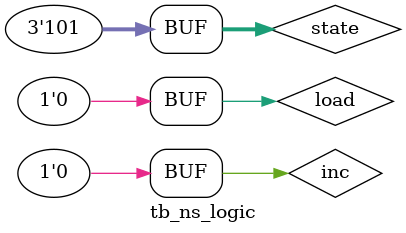
<source format=v>
module tb_ns_logic;

	reg 			load, inc;	// regs
	reg [2:0] 	state;		// 3bits reg
	wire [2:0]	next_state;	// 3bits wire

	// Instance ns_logic
	ns_logic test_ns_logic(.load(load), .inc(inc), .state(state), .next_state(next_state));

	initial begin
		#0; load = 0; inc = 0; state = 3'b000; // next_state = 3'b100
		#5; load = 1;									// next_state = 3'b001
		#5; load = 0; inc = 1; state = 3'b010; // next_state = 3'b011
		#5; load = 0; inc = 1; state = 3'b011; // next_state = 3'b010
		#5; load = 0; inc = 1; state = 3'b010; // next_state = 3'b011
		#5; load = 1; inc = 0; state = 3'b100; // next_state = 3'b001
		#5; load = 0; inc = 0; state = 3'b001; // next_state = 3'b100
		#5; load = 0; inc = 0; state = 3'b100; // next_state = 3'b101
		#5; load = 0; inc = 0; state = 3'b101; // next_state = 3'b100
		#5;
		
	end
	
endmodule
	
</source>
